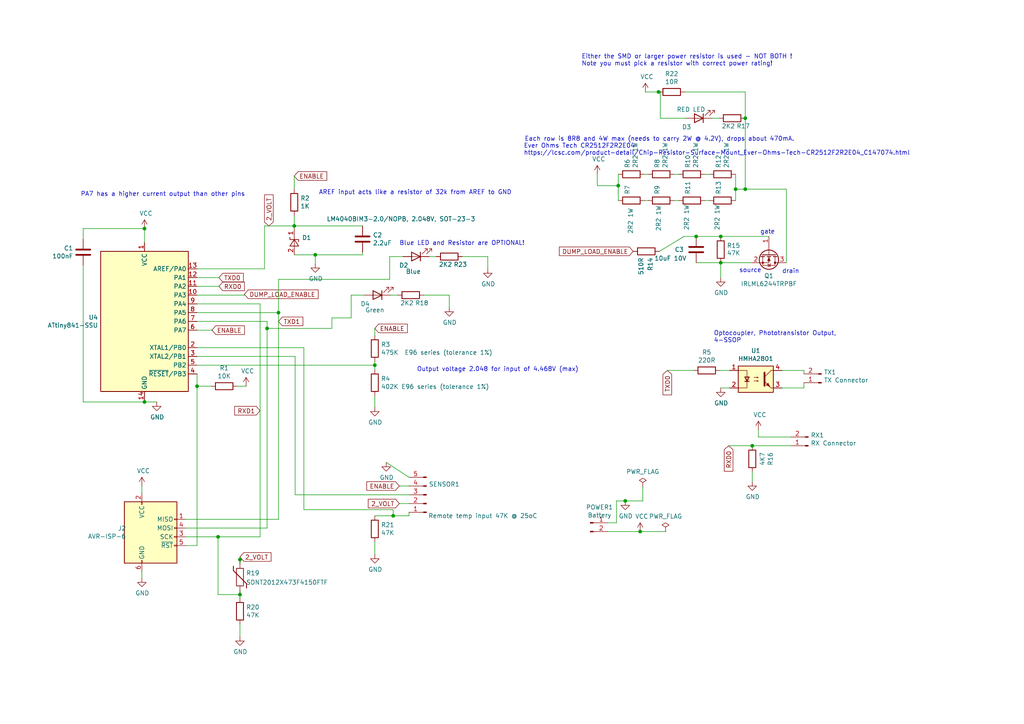
<source format=kicad_sch>
(kicad_sch (version 20211123) (generator eeschema)
  (paper "A4")
  (title_block (title "DIYBMS cell monitoring module") (date "2019-04-30") (rev "4") (company "Stuart Pittaway"))
  (lib_symbols
    (symbol "Connector:AVR-ISP-6" (pin_names (offset 1.016))
      (property "Reference" "J" (at -6.35 11.43 0))
      (property "Value" "AVR-ISP-6" (at 0 11.43 0))
      (symbol "AVR-ISP-6_0_1"
        (rectangle (start -2.667 -6.858) (end -2.413 -7.62))
        (rectangle (start -2.667 10.16) (end -2.413 9.398))
        (rectangle (start 7.62 -2.413) (end 6.858 -2.667))
        (rectangle (start 7.62 0.127) (end 6.858 -0.127))
        (rectangle (start 7.62 2.667) (end 6.858 2.413))
        (rectangle (start 7.62 5.207) (end 6.858 4.953))
        (rectangle (start 7.62 10.16) (end -7.62 -7.62) (stroke (width 0.254)) (fill (type background)))
      )
      (symbol "AVR-ISP-6_1_1"
        (pin passive line (at 10.16 5.08 180) (length 2.54) (name "MISO") (number "1"))
        (pin passive line (at -2.54 12.7 270) (length 2.54) (name "VCC") (number "2"))
        (pin passive line (at 10.16 0 180) (length 2.54) (name "SCK") (number "3"))
        (pin passive line (at 10.16 2.54 180) (length 2.54) (name "MOSI") (number "4"))
        (pin passive line (at 10.16 -2.54 180) (length 2.54) (name "~{RST}") (number "5"))
        (pin passive line (at -2.54 -10.16 90) (length 2.54) (name "GND") (number "6"))
      )
    )
    (symbol "Connector:Conn_01x02_Male" (pin_names (offset 1.016) hide)
      (property "Reference" "J" (at 0 2.54 0))
      (property "Value" "Conn_01x02_Male" (at 0 -5.08 0))
      (symbol "Conn_01x02_Male_1_1"
        (polyline (pts (xy 1.27 -2.54) (xy 0.8636 -2.54)) (stroke (width 0.1524)))
        (polyline (pts (xy 1.27 0) (xy 0.8636 0)) (stroke (width 0.1524)))
        (rectangle (start 0.8636 -2.413) (end 0 -2.667) (stroke (width 0.1524)) (fill (type outline)))
        (rectangle (start 0.8636 0.127) (end 0 -0.127) (stroke (width 0.1524)) (fill (type outline)))
        (pin passive line (at 5.08 0 180) (length 3.81) (name "Pin_1") (number "1"))
        (pin passive line (at 5.08 -2.54 180) (length 3.81) (name "Pin_2") (number "2"))
      )
    )
    (symbol "Connector:Conn_01x05_Male" (pin_names (offset 1.016) hide)
      (property "Reference" "J" (at 0 7.62 0))
      (property "Value" "Conn_01x05_Male" (at 0 -7.62 0))
      (symbol "Conn_01x05_Male_1_1"
        (polyline (pts (xy 1.27 -5.08) (xy 0.8636 -5.08)) (stroke (width 0.1524)))
        (polyline (pts (xy 1.27 -2.54) (xy 0.8636 -2.54)) (stroke (width 0.1524)))
        (polyline (pts (xy 1.27 0) (xy 0.8636 0)) (stroke (width 0.1524)))
        (polyline (pts (xy 1.27 2.54) (xy 0.8636 2.54)) (stroke (width 0.1524)))
        (polyline (pts (xy 1.27 5.08) (xy 0.8636 5.08)) (stroke (width 0.1524)))
        (rectangle (start 0.8636 -4.953) (end 0 -5.207) (stroke (width 0.1524)) (fill (type outline)))
        (rectangle (start 0.8636 -2.413) (end 0 -2.667) (stroke (width 0.1524)) (fill (type outline)))
        (rectangle (start 0.8636 0.127) (end 0 -0.127) (stroke (width 0.1524)) (fill (type outline)))
        (rectangle (start 0.8636 2.667) (end 0 2.413) (stroke (width 0.1524)) (fill (type outline)))
        (rectangle (start 0.8636 5.207) (end 0 4.953) (stroke (width 0.1524)) (fill (type outline)))
        (pin passive line (at 5.08 5.08 180) (length 3.81) (name "Pin_1") (number "1"))
        (pin passive line (at 5.08 2.54 180) (length 3.81) (name "Pin_2") (number "2"))
        (pin passive line (at 5.08 0 180) (length 3.81) (name "Pin_3") (number "3"))
        (pin passive line (at 5.08 -2.54 180) (length 3.81) (name "Pin_4") (number "4"))
        (pin passive line (at 5.08 -5.08 180) (length 3.81) (name "Pin_5") (number "5"))
      )
    )
    (symbol "Device:C" (pin_numbers hide) (pin_names (offset 0.254))
      (property "Reference" "C" (at 0.635 2.54 0))
      (property "Value" "C" (at 0.635 -2.54 0))
      (symbol "C_0_1"
        (polyline (pts (xy -2.032 -0.762) (xy 2.032 -0.762)) (stroke (width 0.508)))
        (polyline (pts (xy -2.032 0.762) (xy 2.032 0.762)) (stroke (width 0.508)))
      )
      (symbol "C_1_1"
        (pin passive line (at 0 3.81 270) (length 2.794) (name "~") (number "1"))
        (pin passive line (at 0 -3.81 90) (length 2.794) (name "~") (number "2"))
      )
    )
    (symbol "Device:LED" (pin_numbers hide) (pin_names (offset 1.016) hide)
      (property "Reference" "D" (at 0 2.54 0))
      (property "Value" "LED" (at 0 -2.54 0))
      (symbol "LED_0_1"
        (polyline (pts (xy -1.27 -1.27) (xy -1.27 1.27)) (stroke (width 0.254)))
        (polyline (pts (xy -1.27 0) (xy 1.27 0)))
        (polyline (pts (xy 1.27 -1.27) (xy 1.27 1.27) (xy -1.27 0) (xy 1.27 -1.27)) (stroke (width 0.254)))
        (polyline (pts (xy -3.048 -0.762) (xy -4.572 -2.286) (xy -3.81 -2.286) (xy -4.572 -2.286) (xy -4.572 -1.524)))
        (polyline (pts (xy -1.778 -0.762) (xy -3.302 -2.286) (xy -2.54 -2.286) (xy -3.302 -2.286) (xy -3.302 -1.524)))
      )
      (symbol "LED_1_1"
        (pin passive line (at -3.81 0 0) (length 2.54) (name "K") (number "1"))
        (pin passive line (at 3.81 0 180) (length 2.54) (name "A") (number "2"))
      )
    )
    (symbol "Device:Q_NMOS_GSD" (pin_names (offset 0) hide)
      (property "Reference" "Q" (at 5.08 1.27 0))
      (property "Value" "Q_NMOS_GSD" (at 5.08 -1.27 0))
      (symbol "Q_NMOS_GSD_0_1"
        (polyline (pts (xy 0.254 0) (xy -2.54 0)))
        (polyline (pts (xy 0.254 1.905) (xy 0.254 -1.905)) (stroke (width 0.254)))
        (polyline (pts (xy 0.762 -1.27) (xy 0.762 -2.286)) (stroke (width 0.254)))
        (polyline (pts (xy 0.762 0.508) (xy 0.762 -0.508)) (stroke (width 0.254)))
        (polyline (pts (xy 0.762 2.286) (xy 0.762 1.27)) (stroke (width 0.254)))
        (polyline (pts (xy 2.54 2.54) (xy 2.54 1.778)))
        (polyline (pts (xy 2.54 -2.54) (xy 2.54 0) (xy 0.762 0)))
        (polyline (pts (xy 0.762 -1.778) (xy 3.302 -1.778) (xy 3.302 1.778) (xy 0.762 1.778)))
        (polyline (pts (xy 1.016 0) (xy 2.032 0.381) (xy 2.032 -0.381) (xy 1.016 0)) (fill (type outline)))
        (polyline (pts (xy 2.794 0.508) (xy 2.921 0.381) (xy 3.683 0.381) (xy 3.81 0.254)))
        (polyline (pts (xy 3.302 0.381) (xy 2.921 -0.254) (xy 3.683 -0.254) (xy 3.302 0.381)))
        (circle (center 1.651 0) (radius 2.794) (stroke (width 0.254)))
        (circle (center 2.54 -1.778) (radius 0.254) (fill (type outline)))
        (circle (center 2.54 1.778) (radius 0.254) (fill (type outline)))
      )
      (symbol "Q_NMOS_GSD_1_1"
        (pin input line (at -5.08 0 0) (length 2.54) (name "G") (number "1"))
        (pin passive line (at 2.54 -5.08 90) (length 2.54) (name "S") (number "2"))
        (pin passive line (at 2.54 5.08 270) (length 2.54) (name "D") (number "3"))
      )
    )
    (symbol "Device:R" (pin_numbers hide) (pin_names (offset 0))
      (property "Reference" "R" (at 2.032 0 90))
      (property "Value" "R" (at 0 0 90))
      (symbol "R_0_1"
        (rectangle (start -1.016 -2.54) (end 1.016 2.54) (stroke (width 0.254)))
      )
      (symbol "R_1_1"
        (pin passive line (at 0 3.81 270) (length 1.27) (name "~") (number "1"))
        (pin passive line (at 0 -3.81 90) (length 1.27) (name "~") (number "2"))
      )
    )
    (symbol "Device:Thermistor" (pin_numbers hide) (pin_names (offset 0))
      (property "Reference" "TH" (at 2.54 1.27 90))
      (property "Value" "Thermistor" (at -2.54 0 90))
      (symbol "Thermistor_0_1"
        (rectangle (start -1.016 2.54) (end 1.016 -2.54) (stroke (width 0.2032)))
        (polyline (pts (xy -1.905 3.175) (xy -1.905 1.905) (xy 1.905 -1.905) (xy 1.905 -3.175) (xy 1.905 -3.175)) (stroke (width 0.254)))
      )
      (symbol "Thermistor_1_1"
        (pin passive line (at 0 5.08 270) (length 2.54) (name "~") (number "1"))
        (pin passive line (at 0 -5.08 90) (length 2.54) (name "~") (number "2"))
      )
    )
    (symbol "Isolator:PC817" (pin_names (offset 1.016))
      (property "Reference" "U" (at -5.08 5.08 0))
      (property "Value" "PC817" (at 0 5.08 0))
      (symbol "PC817_0_1"
        (rectangle (start -5.08 3.81) (end 5.08 -3.81) (stroke (width 0.254)) (fill (type background)))
        (polyline (pts (xy -3.175 -0.635) (xy -1.905 -0.635)) (stroke (width 0.254)))
        (polyline (pts (xy 2.54 0.635) (xy 4.445 2.54)))
        (polyline (pts (xy 4.445 -2.54) (xy 2.54 -0.635)) (fill (type outline)))
        (polyline (pts (xy 4.445 -2.54) (xy 5.08 -2.54)))
        (polyline (pts (xy 4.445 2.54) (xy 5.08 2.54)))
        (polyline (pts (xy -5.08 2.54) (xy -2.54 2.54) (xy -2.54 -0.635)))
        (polyline (pts (xy -2.54 -0.635) (xy -2.54 -2.54) (xy -5.08 -2.54)))
        (polyline (pts (xy 2.54 1.905) (xy 2.54 -1.905) (xy 2.54 -1.905)) (stroke (width 0.508)))
        (polyline (pts (xy -2.54 -0.635) (xy -3.175 0.635) (xy -1.905 0.635) (xy -2.54 -0.635)) (stroke (width 0.254)))
        (polyline (pts (xy -0.508 -0.508) (xy 0.762 -0.508) (xy 0.381 -0.635) (xy 0.381 -0.381) (xy 0.762 -0.508)))
        (polyline (pts (xy -0.508 0.508) (xy 0.762 0.508) (xy 0.381 0.381) (xy 0.381 0.635) (xy 0.762 0.508)))
        (polyline (pts (xy 3.048 -1.651) (xy 3.556 -1.143) (xy 4.064 -2.159) (xy 3.048 -1.651) (xy 3.048 -1.651)) (fill (type outline)))
      )
      (symbol "PC817_1_1"
        (pin passive line (at -7.62 2.54 0) (length 2.54) (name "~") (number "1"))
        (pin passive line (at -7.62 -2.54 0) (length 2.54) (name "~") (number "2"))
        (pin passive line (at 7.62 -2.54 180) (length 2.54) (name "~") (number "3"))
        (pin passive line (at 7.62 2.54 180) (length 2.54) (name "~") (number "4"))
      )
    )
    (symbol "Reference_Voltage:LM4040DBZ-2.0" (pin_names (offset 0.0254) hide)
      (property "Reference" "U" (at 0 2.54 0))
      (property "Value" "LM4040DBZ-2.0" (at 0 -3.175 0))
      (symbol "LM4040DBZ-2.0_0_1"
        (polyline (pts (xy -1.27 0) (xy 0 0) (xy 1.27 0)))
        (polyline (pts (xy -1.27 -1.27) (xy 0.635 0) (xy -1.27 1.27) (xy -1.27 -1.27)) (stroke (width 0.2032)))
        (polyline (pts (xy 0 -1.27) (xy 0.635 -1.27) (xy 0.635 1.27) (xy 1.27 1.27)) (stroke (width 0.2032)))
      )
      (symbol "LM4040DBZ-2.0_1_1"
        (pin passive line (at 3.81 0 180) (length 2.54) (name "K") (number "1"))
        (pin passive line (at -3.81 0 0) (length 2.54) (name "A") (number "2"))
      )
    )
    (symbol "diybms:ATtiny841-SSU-MCU_Microchip_ATtiny"
      (property "Reference" "U" (at -12.7 21.59 0))
      (property "Value" "ATtiny841-SSU-MCU_Microchip_ATtiny" (at 2.54 -21.59 0))
      (symbol "ATtiny841-SSU-MCU_Microchip_ATtiny_0_1"
        (rectangle (start -12.7 -20.32) (end 12.7 20.32) (stroke (width 0.254)) (fill (type background)))
      )
      (symbol "ATtiny841-SSU-MCU_Microchip_ATtiny_1_1"
        (pin power_in line (at 0 22.86 270) (length 2.54) (name "VCC") (number "1"))
        (pin bidirectional line (at 15.24 7.62 180) (length 2.54) (name "PA3") (number "10"))
        (pin bidirectional line (at 15.24 10.16 180) (length 2.54) (name "PA2") (number "11"))
        (pin bidirectional line (at 15.24 12.7 180) (length 2.54) (name "PA1") (number "12"))
        (pin bidirectional line (at 15.24 15.24 180) (length 2.54) (name "AREF/PA0") (number "13"))
        (pin power_in line (at 0 -22.86 90) (length 2.54) (name "GND") (number "14"))
        (pin bidirectional line (at 15.24 -7.62 180) (length 2.54) (name "XTAL1/PB0") (number "2"))
        (pin bidirectional line (at 15.24 -10.16 180) (length 2.54) (name "XTAL2/PB1") (number "3"))
        (pin bidirectional line (at 15.24 -15.24 180) (length 2.54) (name "~{RESET}/PB3") (number "4"))
        (pin bidirectional line (at 15.24 -12.7 180) (length 2.54) (name "PB2") (number "5"))
        (pin bidirectional line (at 15.24 -2.54 180) (length 2.54) (name "PA7") (number "6"))
        (pin bidirectional line (at 15.24 0 180) (length 2.54) (name "PA6") (number "7"))
        (pin bidirectional line (at 15.24 2.54 180) (length 2.54) (name "PA5") (number "8"))
        (pin bidirectional line (at 15.24 5.08 180) (length 2.54) (name "PA4") (number "9"))
      )
    )
    (symbol "power:GND" (power) (pin_names (offset 0))
      (property "Value" "GND" (at 0 -3.81 0))
      (symbol "GND_0_1"
        (polyline (pts (xy 0 0) (xy 0 -1.27) (xy 1.27 -1.27) (xy 0 -2.54) (xy -1.27 -1.27) (xy 0 -1.27)))
      )
      (symbol "GND_1_1"
        (pin power_in line (at 0 0 270) (length 0) hide (name "GND") (number "1"))
      )
    )
    (symbol "power:PWR_FLAG" (power) (pin_numbers hide) (pin_names (offset 0) hide)
      (property "Value" "PWR_FLAG" (at 0 3.81 0))
      (symbol "PWR_FLAG_0_0"
        (pin power_out line (at 0 0 90) (length 0) (name "pwr") (number "1"))
      )
      (symbol "PWR_FLAG_0_1"
        (polyline (pts (xy 0 0) (xy 0 1.27) (xy -1.016 1.905) (xy 0 2.54) (xy 1.016 1.905) (xy 0 1.27)))
      )
    )
    (symbol "power:VCC" (power) (pin_names (offset 0))
      (property "Value" "VCC" (at 0 3.81 0))
      (symbol "VCC_0_1"
        (polyline (pts (xy -0.762 1.27) (xy 0 2.54)))
        (polyline (pts (xy 0 0) (xy 0 2.54)))
        (polyline (pts (xy 0 2.54) (xy 0.762 1.27)))
      )
      (symbol "VCC_1_1"
        (pin power_in line (at 0 0 90) (length 0) hide (name "VCC") (number "1"))
      )
    )
  )
  (junction (at 218.186 129.286))
  (junction (at 185.674 154.178))
  (junction (at 85.344 65.532))
  (junction (at 41.91 66.294))
  (junction (at 216.154 54.864))
  (junction (at 191.008 26.67))
  (junction (at 77.47 95.25))
  (junction (at 179.324 53.848))
  (junction (at 69.596 172.466))
  (junction (at 201.93 68.58))
  (junction (at 69.596 162.306))
  (junction (at 108.712 105.918))
  (junction (at 91.44 73.914))
  (junction (at 213.36 54.864))
  (junction (at 41.91 116.586))
  (junction (at 216.154 34.29))
  (junction (at 57.15 112.014))
  (junction (at 80.772 90.678))
  (junction (at 209.042 76.2))
  (junction (at 114.046 149.606))
  (junction (at 63.246 155.702))
  (junction (at 181.356 145.288))
  (junction (at 209.042 68.58))
  (wire (pts (xy 204.47 58.166) (xy 205.74 58.166)))
  (wire (pts (xy 216.154 54.864) (xy 213.36 54.864)))
  (wire (pts (xy 216.154 54.864) (xy 216.154 34.29)))
  (wire (pts (xy 57.15 77.978) (xy 76.708 77.978)))
  (wire (pts (xy 80.772 90.678) (xy 80.772 150.622)))
  (wire (pts (xy 217.932 76.2) (xy 209.042 76.2)))
  (wire (pts (xy 69.596 172.466) (xy 63.246 172.466)))
  (wire (pts (xy 105.156 65.532) (xy 85.344 65.532)))
  (wire (pts (xy 233.172 107.442) (xy 233.172 108.458)))
  (wire (pts (xy 57.15 108.458) (xy 57.15 112.014)))
  (wire (pts (xy 68.834 112.014) (xy 71.374 112.014)))
  (wire (pts (xy 191.008 26.67) (xy 191.516 26.67)))
  (wire (pts (xy 173.228 53.848) (xy 179.324 53.848)))
  (wire (pts (xy 101.854 85.598) (xy 105.664 85.598)))
  (wire (pts (xy 53.848 153.162) (xy 77.47 153.162)))
  (wire (pts (xy 178.816 145.288) (xy 178.816 151.638)))
  (wire (pts (xy 57.15 88.138) (xy 75.438 88.138)))
  (wire (pts (xy 80.772 150.622) (xy 53.848 150.622)))
  (wire (pts (xy 218.186 136.906) (xy 218.186 139.7)))
  (wire (pts (xy 134.112 74.422) (xy 141.478 74.422)))
  (wire (pts (xy 85.344 51.054) (xy 85.344 54.864)))
  (wire (pts (xy 57.15 90.678) (xy 80.772 90.678)))
  (wire (pts (xy 108.712 105.918) (xy 108.712 104.902)))
  (wire (pts (xy 198.374 68.58) (xy 191.262 72.898)))
  (wire (pts (xy 185.674 154.178) (xy 193.04 154.178)))
  (wire (pts (xy 91.44 76.454) (xy 91.44 73.914)))
  (wire (pts (xy 113.03 81.026) (xy 113.03 74.422)))
  (wire (pts (xy 41.91 116.078) (xy 41.91 116.586)))
  (wire (pts (xy 96.266 95.25) (xy 96.266 92.202)))
  (wire (pts (xy 204.47 50.546) (xy 205.74 50.546)))
  (wire (pts (xy 201.168 107.442) (xy 193.548 107.442)))
  (wire (pts (xy 41.148 143.002) (xy 41.148 140.97)))
  (wire (pts (xy 219.964 126.746) (xy 219.964 124.714)))
  (wire (pts (xy 69.596 162.306) (xy 69.596 161.544)))
  (wire (pts (xy 179.324 50.546) (xy 179.324 53.848)))
  (wire (pts (xy 57.15 112.014) (xy 57.15 158.242)))
  (wire (pts (xy 186.436 145.288) (xy 186.436 141.224)))
  (wire (pts (xy 195.58 58.166) (xy 196.85 58.166)))
  (wire (pts (xy 85.598 103.378) (xy 85.598 143.51)))
  (wire (pts (xy 24.13 116.586) (xy 41.91 116.586)))
  (wire (pts (xy 57.15 80.518) (xy 63.5 80.518)))
  (wire (pts (xy 70.866 85.598) (xy 57.15 85.598)))
  (wire (pts (xy 118.618 140.97) (xy 115.824 140.97)))
  (wire (pts (xy 77.47 95.25) (xy 96.266 95.25)))
  (wire (pts (xy 69.596 171.196) (xy 69.596 172.466)))
  (wire (pts (xy 195.58 50.546) (xy 196.85 50.546)))
  (wire (pts (xy 57.15 83.058) (xy 63.5 83.058)))
  (wire (pts (xy 113.284 85.598) (xy 115.316 85.598)))
  (wire (pts (xy 57.15 105.918) (xy 108.712 105.918)))
  (wire (pts (xy 108.712 118.11) (xy 108.712 114.808)))
  (wire (pts (xy 218.186 129.286) (xy 229.362 129.286)))
  (wire (pts (xy 206.502 34.29) (xy 208.534 34.29)))
  (wire (pts (xy 211.328 129.286) (xy 218.186 129.286)))
  (wire (pts (xy 186.944 50.546) (xy 187.96 50.546)))
  (wire (pts (xy 69.596 172.466) (xy 69.596 173.482)))
  (wire (pts (xy 41.91 66.294) (xy 41.91 70.358)))
  (wire (pts (xy 226.822 107.442) (xy 233.172 107.442)))
  (wire (pts (xy 63.246 172.466) (xy 63.246 155.702)))
  (wire (pts (xy 130.302 85.598) (xy 130.302 89.154)))
  (wire (pts (xy 57.15 103.378) (xy 85.598 103.378)))
  (wire (pts (xy 113.03 74.422) (xy 116.84 74.422)))
  (wire (pts (xy 77.47 95.25) (xy 77.47 93.218)))
  (wire (pts (xy 88.138 100.838) (xy 88.138 147.828)))
  (wire (pts (xy 85.598 143.51) (xy 118.618 143.51)))
  (wire (pts (xy 191.516 34.29) (xy 198.882 34.29)))
  (wire (pts (xy 191.516 34.29) (xy 191.516 26.67)))
  (wire (pts (xy 41.91 66.294) (xy 24.13 66.294)))
  (wire (pts (xy 176.276 154.178) (xy 185.674 154.178)))
  (wire (pts (xy 201.93 76.2) (xy 209.042 76.2)))
  (wire (pts (xy 201.93 68.58) (xy 198.374 68.58)))
  (wire (pts (xy 77.47 153.162) (xy 77.47 95.25)))
  (wire (pts (xy 114.046 147.828) (xy 114.046 149.606)))
  (wire (pts (xy 41.148 165.862) (xy 41.148 167.64)))
  (wire (pts (xy 70.866 85.344) (xy 70.866 85.598)))
  (wire (pts (xy 61.214 112.014) (xy 57.15 112.014)))
  (wire (pts (xy 179.324 53.848) (xy 179.324 58.166)))
  (wire (pts (xy 57.15 95.758) (xy 61.722 95.758)))
  (wire (pts (xy 233.172 112.522) (xy 233.172 110.998)))
  (wire (pts (xy 118.618 149.606) (xy 118.618 148.59)))
  (wire (pts (xy 76.708 77.978) (xy 76.708 65.532)))
  (wire (pts (xy 108.712 107.188) (xy 108.712 105.918)))
  (wire (pts (xy 24.13 76.962) (xy 24.13 116.586)))
  (wire (pts (xy 209.042 76.2) (xy 209.042 80.518)))
  (wire (pts (xy 223.012 68.58) (xy 209.042 68.58)))
  (wire (pts (xy 108.712 160.782) (xy 108.712 157.226)))
  (wire (pts (xy 108.712 149.606) (xy 114.046 149.606)))
  (wire (pts (xy 108.712 97.282) (xy 108.712 95.25)))
  (wire (pts (xy 96.266 92.202) (xy 101.854 92.202)))
  (wire (pts (xy 77.47 93.218) (xy 57.15 93.218)))
  (wire (pts (xy 216.154 26.67) (xy 198.628 26.67)))
  (wire (pts (xy 176.276 151.638) (xy 178.816 151.638)))
  (wire (pts (xy 105.156 73.914) (xy 105.156 73.152)))
  (wire (pts (xy 69.596 184.658) (xy 69.596 181.102)))
  (wire (pts (xy 216.154 34.29) (xy 216.154 26.67)))
  (wire (pts (xy 118.618 146.05) (xy 115.824 146.05)))
  (wire (pts (xy 101.854 92.202) (xy 101.854 85.598)))
  (wire (pts (xy 122.936 85.598) (xy 130.302 85.598)))
  (wire (pts (xy 85.344 65.532) (xy 85.344 62.484)))
  (wire (pts (xy 80.772 81.026) (xy 80.772 90.678)))
  (wire (pts (xy 226.822 112.522) (xy 233.172 112.522)))
  (wire (pts (xy 178.816 145.288) (xy 181.356 145.288)))
  (wire (pts (xy 88.138 147.828) (xy 114.046 147.828)))
  (wire (pts (xy 91.44 73.914) (xy 105.156 73.914)))
  (wire (pts (xy 228.092 54.864) (xy 216.154 54.864)))
  (wire (pts (xy 186.944 58.166) (xy 187.96 58.166)))
  (wire (pts (xy 173.228 50.546) (xy 173.228 53.848)))
  (wire (pts (xy 141.478 74.422) (xy 141.478 77.978)))
  (wire (pts (xy 75.438 155.702) (xy 63.246 155.702)))
  (wire (pts (xy 45.466 116.586) (xy 41.91 116.586)))
  (wire (pts (xy 124.46 74.422) (xy 126.492 74.422)))
  (wire (pts (xy 213.36 54.864) (xy 213.36 58.166)))
  (wire (pts (xy 63.246 155.702) (xy 53.848 155.702)))
  (wire (pts (xy 209.042 112.522) (xy 211.582 112.522)))
  (wire (pts (xy 219.964 126.746) (xy 229.362 126.746)))
  (wire (pts (xy 69.596 163.576) (xy 69.596 162.306)))
  (wire (pts (xy 53.848 158.242) (xy 57.15 158.242)))
  (wire (pts (xy 118.618 138.43) (xy 112.014 134.112)))
  (wire (pts (xy 114.046 149.606) (xy 118.618 149.606)))
  (wire (pts (xy 75.438 88.138) (xy 75.438 155.702)))
  (wire (pts (xy 85.344 73.914) (xy 91.44 73.914)))
  (wire (pts (xy 57.15 100.838) (xy 88.138 100.838)))
  (wire (pts (xy 24.13 66.294) (xy 24.13 69.342)))
  (wire (pts (xy 187.198 26.67) (xy 191.008 26.67)))
  (wire (pts (xy 213.36 50.546) (xy 213.36 54.864)))
  (wire (pts (xy 208.788 107.442) (xy 211.582 107.442)))
  (wire (pts (xy 76.708 65.532) (xy 85.344 65.532)))
  (wire (pts (xy 113.03 81.026) (xy 80.772 81.026)))
  (wire (pts (xy 209.042 68.58) (xy 201.93 68.58)))
  (wire (pts (xy 181.356 145.288) (xy 186.436 145.288)))
  (wire (pts (xy 228.092 76.2) (xy 228.092 54.864)))
  (wire (pts (xy 85.344 66.294) (xy 85.344 65.532)))
  (text "Each row is 8R8 and 4W max (needs to carry 2W @ 4.2V), drops about 470mA.\n" (at 152.146 41.148 0) (effects (font (size 1.27 1.27)) (justify left bottom)))
  (text "Ever Ohms Tech CR2512F2R2E04\nhttps://lcsc.com/product-detail/Chip-Resistor-Surface-Mount_Ever-Ohms-Tech-CR2512F2R2E04_C147074.html\n" (at 151.892 45.212 0) (effects (font (size 1.27 1.27)) (justify left bottom)))
  (text "source" (at 214.376 79.248 0) (effects (font (size 1.27 1.27)) (justify left bottom)))
  (text "gate" (at 220.472 68.072 0) (effects (font (size 1.27 1.27)) (justify left bottom)))
  (text "Output voltage 2.048 for input of 4.468V (max)" (at 120.904 107.95 0) (effects (font (size 1.27 1.27)) (justify left bottom)))
  (text "Optocoupler, Phototransistor Output,\n4-SSOP" (at 207.01 99.568 0) (effects (font (size 1.27 1.27)) (justify left bottom)))
  (text "AREF input acts like a resistor of 32k from AREF to GND" (at 92.456 56.642 0) (effects (font (size 1.27 1.27)) (justify left bottom)))
  (text "PA7 has a higher current output than other pins" (at 23.368 57.15 0) (effects (font (size 1.27 1.27)) (justify left bottom)))
  (text "Blue LED and Resistor are OPTIONAL!" (at 115.824 71.374 0) (effects (font (size 1.27 1.27)) (justify left bottom)))
  (text "drain" (at 226.822 79.502 0) (effects (font (size 1.27 1.27)) (justify left bottom)))
  (text "Either the SMD or larger power resistor is used - NOT BOTH !\nNote you must pick a resistor with correct power rating!" (at 168.656 19.304 0) (effects (font (size 1.27 1.27)) (justify left bottom)))
  (global_label "RXD1" (shape input) (at 75.438 119.126 180) (property "Intersheet References" "${INTERSHEET_REFS}" (effects hide)))
  (global_label "RXD0" (shape input) (at 63.5 83.058 0) (property "Intersheet References" "${INTERSHEET_REFS}" (effects hide)))
  (global_label "DUMP_LOAD_ENABLE" (shape input) (at 70.866 85.344 0) (property "Intersheet References" "${INTERSHEET_REFS}" (effects hide)))
  (global_label "RXD0" (shape input) (at 211.328 129.286 270) (property "Intersheet References" "${INTERSHEET_REFS}" (effects hide)))
  (global_label "ENABLE" (shape input) (at 108.712 95.25 0) (property "Intersheet References" "${INTERSHEET_REFS}" (effects hide)))
  (global_label "2_VOLT" (shape input) (at 77.978 65.532 90) (property "Intersheet References" "${INTERSHEET_REFS}" (effects hide)))
  (global_label "2_VOLT" (shape input) (at 115.824 146.05 180) (property "Intersheet References" "${INTERSHEET_REFS}" (effects hide)))
  (global_label "TXD0" (shape input) (at 193.548 107.442 270) (property "Intersheet References" "${INTERSHEET_REFS}" (effects hide)))
  (global_label "TXD1" (shape input) (at 80.772 93.218 0) (property "Intersheet References" "${INTERSHEET_REFS}" (effects hide)))
  (global_label "2_VOLT" (shape input) (at 69.596 161.544 0) (property "Intersheet References" "${INTERSHEET_REFS}" (effects hide)))
  (global_label "DUMP_LOAD_ENABLE" (shape input) (at 183.642 72.898 180) (property "Intersheet References" "${INTERSHEET_REFS}" (effects hide)))
  (global_label "ENABLE" (shape input) (at 85.344 51.054 0) (property "Intersheet References" "${INTERSHEET_REFS}" (effects hide)))
  (global_label "TXD0" (shape input) (at 63.5 80.518 0) (property "Intersheet References" "${INTERSHEET_REFS}" (effects hide)))
  (global_label "ENABLE" (shape input) (at 115.824 140.97 180) (property "Intersheet References" "${INTERSHEET_REFS}" (effects hide)))
  (global_label "ENABLE" (shape input) (at 61.468 95.758 0) (property "Intersheet References" "${INTERSHEET_REFS}" (effects hide)))
  (symbol (lib_id "diybms:ATtiny841-SSU-MCU_Microchip_ATtiny") (at 41.91 93.218 0) (unit 1)
    (property "Reference" "U4" (at 28.448 92.0496 0) (effects (justify right)))
    (property "Value" "ATtiny841-SSU" (at 28.448 94.361 0) (effects (justify right)))
    (property "Footprint" "Package_SO:SOIC-14_3.9x8.7mm_P1.27mm" (effects hide))
    (property "Datasheet" "http://ww1.microchip.com/downloads/en/DeviceDoc/Atmel-8495-8-bit-AVR-Microcontrollers-ATtiny441-ATtiny841_Datasheet.pdf" (effects hide))
  )
  (symbol (lib_id "Isolator:PC817") (at 219.202 109.982 0) (unit 1)
    (property "Reference" "U1" (at 219.202 101.727 0))
    (property "Value" "HMHA2801" (at 219.202 104.0384 0))
    (property "Footprint" "Housings_SSOP:SOP-4_4.4x2.8mm_Pitch1.27mm" (effects hide))
    (property "Datasheet" "https://datasheet.lcsc.com/szlcsc/ON-Semicon-ON-HMHA2801_C232857.pdf" (effects hide))
  )
  (symbol (lib_id "Connector:Conn_01x02_Male") (at 238.252 110.998 180) (unit 1)
    (property "Reference" "TX1" (at 238.9378 107.95 0) (effects (justify right)))
    (property "Value" "TX Connector" (at 238.9378 110.2614 0) (effects (justify right)))
    (property "Footprint" "Connectors_JST:JST_PH_S2B-PH-K_02x2.00mm_Angled" (effects hide))
    (property "Datasheet" "https://datasheet.lcsc.com/szlcsc/JST-Sales-America-S2B-PH-K-S-LF-SN_C173752.pdf" (effects hide))
  )
  (symbol (lib_id "Device:R") (at 204.978 107.442 270) (unit 1)
    (property "Reference" "R5" (at 204.978 102.1842 90))
    (property "Value" "220R" (at 204.978 104.4956 90))
    (property "Footprint" "Resistors_SMD:R_0805_HandSoldering" (effects hide))
    (property "Datasheet" "0805W8F2200T5E" (effects hide))
  )
  (symbol (lib_id "power:GND") (at 209.042 112.522 0) (unit 1)
    (property "Reference" "#PWR0109" (effects hide))
    (property "Value" "GND" (at 209.169 116.9162 0))
  )
  (symbol (lib_id "Device:R") (at 183.134 50.546 90) (unit 1)
    (property "Reference" "R6" (at 181.9656 48.768 0) (effects (justify left)))
    (property "Value" "2R2 1W" (at 184.277 48.768 0) (effects (justify left)))
    (property "Footprint" "Resistors_SMD:R_2512" (effects hide))
    (property "Datasheet" "https://datasheet.lcsc.com/szlcsc/Ever-Ohms-Tech-CR2512F2R2E04_C147074.pdf" (effects hide))
  )
  (symbol (lib_id "Device:R") (at 191.77 50.546 90) (unit 1)
    (property "Reference" "R8" (at 190.6016 48.768 0) (effects (justify left)))
    (property "Value" "2R2 1W" (at 192.913 48.768 0) (effects (justify left)))
    (property "Footprint" "Resistors_SMD:R_2512" (effects hide))
    (property "Datasheet" "https://datasheet.lcsc.com/szlcsc/Ever-Ohms-Tech-CR2512F2R2E04_C147074.pdf" (effects hide))
  )
  (symbol (lib_id "Device:R") (at 200.66 50.546 90) (unit 1)
    (property "Reference" "R10" (at 199.4916 48.768 0) (effects (justify left)))
    (property "Value" "2R2 1W" (at 201.803 48.768 0) (effects (justify left)))
    (property "Footprint" "Resistors_SMD:R_2512" (effects hide))
    (property "Datasheet" "https://datasheet.lcsc.com/szlcsc/Ever-Ohms-Tech-CR2512F2R2E04_C147074.pdf" (effects hide))
  )
  (symbol (lib_id "Device:R") (at 209.55 50.546 90) (unit 1)
    (property "Reference" "R12" (at 208.3816 48.768 0) (effects (justify left)))
    (property "Value" "2R2 1W" (at 210.693 48.768 0) (effects (justify left)))
    (property "Footprint" "Resistors_SMD:R_2512" (effects hide))
    (property "Datasheet" "https://datasheet.lcsc.com/szlcsc/Ever-Ohms-Tech-CR2512F2R2E04_C147074.pdf" (effects hide))
  )
  (symbol (lib_id "Device:R") (at 183.134 58.166 90) (unit 1)
    (property "Reference" "R7" (at 181.9656 56.388 0) (effects (justify left)))
    (property "Value" "2R2 1W" (at 182.88 67.818 0) (effects (justify left)))
    (property "Footprint" "Resistors_SMD:R_2512" (effects hide))
    (property "Datasheet" "https://datasheet.lcsc.com/szlcsc/Ever-Ohms-Tech-CR2512F2R2E04_C147074.pdf" (effects hide))
  )
  (symbol (lib_id "Device:R") (at 191.77 58.166 90) (unit 1)
    (property "Reference" "R9" (at 190.6016 56.388 0) (effects (justify left)))
    (property "Value" "2R2 1W" (at 191.008 67.056 0) (effects (justify left)))
    (property "Footprint" "Resistors_SMD:R_2512" (effects hide))
    (property "Datasheet" "https://datasheet.lcsc.com/szlcsc/Ever-Ohms-Tech-CR2512F2R2E04_C147074.pdf" (effects hide))
  )
  (symbol (lib_id "Device:R") (at 200.66 58.166 90) (unit 1)
    (property "Reference" "R11" (at 199.4916 56.388 0) (effects (justify left)))
    (property "Value" "2R2 1W" (at 199.136 66.802 0) (effects (justify left)))
    (property "Footprint" "Resistors_SMD:R_2512" (effects hide))
    (property "Datasheet" "https://datasheet.lcsc.com/szlcsc/Ever-Ohms-Tech-CR2512F2R2E04_C147074.pdf" (effects hide))
  )
  (symbol (lib_id "Device:R") (at 209.55 58.166 90) (unit 1)
    (property "Reference" "R13" (at 208.3816 56.388 0) (effects (justify left)))
    (property "Value" "2R2 1W" (at 208.026 66.802 0) (effects (justify left)))
    (property "Footprint" "Resistors_SMD:R_2512" (effects hide))
    (property "Datasheet" "https://datasheet.lcsc.com/szlcsc/Ever-Ohms-Tech-CR2512F2R2E04_C147074.pdf" (effects hide))
  )
  (symbol (lib_id "Device:Q_NMOS_GSD") (at 223.012 73.66 270) (unit 1)
    (property "Reference" "Q1" (at 223.012 80.01 90))
    (property "Value" "IRLML6244TRPBF" (at 223.012 82.3214 90))
    (property "Footprint" "TO_SOT_Packages_SMD:SOT-23" (effects hide))
    (property "Datasheet" "https://datasheet.lcsc.com/szlcsc/Infineon-Technologies-IRLML6244TRPBF_C143946.pdf" (effects hide))
  )
  (symbol (lib_id "Device:R") (at 209.042 72.39 0) (unit 1)
    (property "Reference" "R15" (at 210.82 71.2216 0) (effects (justify left)))
    (property "Value" "47K" (at 210.82 73.406 0) (effects (justify left)))
    (property "Footprint" "Resistors_SMD:R_0805_HandSoldering" (effects hide))
    (property "Datasheet" "https://datasheet.lcsc.com/szlcsc/YAGEO-RC0805FR-0747KL_C126351.pdf" (effects hide))
  )
  (symbol (lib_id "power:GND") (at 209.042 80.518 0) (unit 1)
    (property "Reference" "#PWR0110" (effects hide))
    (property "Value" "GND" (at 209.169 84.9122 0))
  )
  (symbol (lib_id "Device:Thermistor") (at 69.596 167.386 0) (unit 1)
    (property "Reference" "R19" (at 71.374 166.2176 0) (effects (justify left)))
    (property "Value" "SDNT2012X473F4150FTF" (at 71.374 168.91 0) (effects (justify left)))
    (property "Footprint" "Resistors_SMD:R_0805_HandSoldering" (effects hide))
    (property "Datasheet" "https://datasheet.lcsc.com/szlcsc/Sunlord-SDNT2012X473F4150FTF_C95969.pdf" (effects hide))
  )
  (symbol (lib_id "Device:R") (at 69.596 177.292 0) (unit 1)
    (property "Reference" "R20" (at 71.374 176.1236 0) (effects (justify left)))
    (property "Value" "47K" (at 71.374 178.435 0) (effects (justify left)))
    (property "Footprint" "Resistors_SMD:R_0805_HandSoldering" (effects hide))
    (property "Datasheet" "https://datasheet.lcsc.com/szlcsc/YAGEO-RC0805FR-0747KL_C126351.pdf" (effects hide))
  )
  (symbol (lib_id "power:GND") (at 69.596 184.658 0) (unit 1)
    (property "Reference" "#PWR0115" (effects hide))
    (property "Value" "GND" (at 69.723 189.0522 0))
  )
  (symbol (lib_id "power:VCC") (at 173.228 50.546 0) (unit 1)
    (property "Reference" "#PWR0111" (effects hide))
    (property "Value" "VCC" (at 173.6598 46.1518 0))
  )
  (symbol (lib_id "Connector:Conn_01x02_Male") (at 234.442 129.286 180) (unit 1)
    (property "Reference" "RX1" (at 235.1278 126.238 0) (effects (justify right)))
    (property "Value" "RX Connector" (at 235.1278 128.5494 0) (effects (justify right)))
    (property "Footprint" "Connectors_JST:JST_PH_S2B-PH-K_02x2.00mm_Angled" (effects hide))
    (property "Datasheet" "https://datasheet.lcsc.com/szlcsc/JST-Sales-America-S2B-PH-K-S-LF-SN_C173752.pdf" (effects hide))
  )
  (symbol (lib_id "power:VCC") (at 219.964 124.714 0) (unit 1)
    (property "Reference" "#PWR0112" (effects hide))
    (property "Value" "VCC" (at 220.3958 120.3198 0))
  )
  (symbol (lib_id "power:GND") (at 218.186 139.7 0) (unit 1)
    (property "Reference" "#PWR0113" (effects hide))
    (property "Value" "GND" (at 218.313 144.0942 0))
  )
  (symbol (lib_id "Device:R") (at 218.186 133.096 180) (unit 1)
    (property "Reference" "R16" (at 223.4438 133.096 90))
    (property "Value" "4K7" (at 221.1324 133.096 90))
    (property "Footprint" "Resistors_SMD:R_0805_HandSoldering" (effects hide))
    (property "Datasheet" "RC0805FR-074K7L" (effects hide))
  )
  (symbol (lib_id "Device:R") (at 108.712 153.416 0) (unit 1)
    (property "Reference" "R21" (at 110.49 152.2476 0) (effects (justify left)))
    (property "Value" "47K" (at 110.49 154.559 0) (effects (justify left)))
    (property "Footprint" "Resistors_SMD:R_0805_HandSoldering" (effects hide))
    (property "Datasheet" "https://datasheet.lcsc.com/szlcsc/YAGEO-RC0805FR-0747KL_C126351.pdf" (effects hide))
  )
  (symbol (lib_id "power:GND") (at 108.712 160.782 0) (unit 1)
    (property "Reference" "#PWR0116" (effects hide))
    (property "Value" "GND" (at 108.839 165.1762 0))
  )
  (symbol (lib_id "Connector:Conn_01x05_Male") (at 123.698 143.51 180) (unit 1)
    (property "Reference" "SENSOR1" (at 124.3838 140.462 0) (effects (justify right)))
    (property "Value" "Remote temp input 47K @ 25oC" (at 124.206 149.606 0) (effects (justify right)))
    (property "Footprint" "Pin_Headers:Pin_Header_Straight_1x05_Pitch2.54mm" (effects hide))
    (property "Datasheet" "https://lcsc.com/product-detail/Pin-Header-Female-Header_Shenzhen-Cankemeng-Headers-Pins-1-5P-2-54mm-Straight-line_C124379.html" (effects hide))
  )
  (symbol (lib_id "Device:LED") (at 202.692 34.29 180) (unit 1)
    (property "Reference" "D3" (at 199.136 36.83 0))
    (property "Value" "RED LED" (at 200.406 31.75 0))
    (property "Footprint" "LEDs:LED_0805_HandSoldering" (effects hide))
    (property "Datasheet" "https://lcsc.com/product-detail/Light-Emitting-Diodes-LED_BL-HUF35A-AV-TRB-Iv-80mcd-Typ-atIF-20mA_C94741.html" (effects hide))
  )
  (symbol (lib_id "Device:R") (at 212.344 34.29 270) (unit 1)
    (property "Reference" "R17" (at 213.614 36.576 90) (effects (justify left)))
    (property "Value" "2K2" (at 209.296 36.576 90) (effects (justify left)))
    (property "Footprint" "Resistors_SMD:R_0805_HandSoldering" (effects hide))
    (property "Datasheet" "RC0805FR-072K2L" (effects hide))
  )
  (symbol (lib_id "Device:LED") (at 109.474 85.598 180) (unit 1)
    (property "Reference" "D4" (at 105.918 88.138 0))
    (property "Value" "Green" (at 108.712 89.916 0))
    (property "Footprint" "LEDs:LED_0805_HandSoldering" (effects hide))
    (property "Datasheet" "https://lcsc.com/product-detail/Light-Emitting-Diodes-LED_Emerald-SMDLED-Iv-220-270mcd-atIF-5mA_C84260.html" (effects hide))
  )
  (symbol (lib_id "Device:R") (at 119.126 85.598 270) (unit 1)
    (property "Reference" "R18" (at 120.396 87.884 90) (effects (justify left)))
    (property "Value" "2K2" (at 116.078 87.884 90) (effects (justify left)))
    (property "Footprint" "Resistors_SMD:R_0805_HandSoldering" (effects hide))
    (property "Datasheet" "RC0805FR-072K2L" (effects hide))
  )
  (symbol (lib_id "power:GND") (at 130.302 89.154 0) (unit 1)
    (property "Reference" "#PWR0114" (effects hide))
    (property "Value" "GND" (at 130.429 93.5482 0))
  )
  (symbol (lib_id "Device:R") (at 187.452 72.898 270) (unit 1)
    (property "Reference" "R14" (at 188.6204 74.676 0) (effects (justify left)))
    (property "Value" "510R" (at 185.928 74.676 0) (effects (justify left)))
    (property "Footprint" "Resistors_SMD:R_0805_HandSoldering" (effects hide))
    (property "Datasheet" "RC0805FR-07510RL" (effects hide))
  )
  (symbol (lib_id "power:GND") (at 112.014 134.112 0) (unit 1)
    (property "Reference" "#PWR0117" (effects hide))
    (property "Value" "GND" (at 112.141 138.5062 0))
  )
  (symbol (lib_id "Device:C") (at 201.93 72.39 0) (unit 1)
    (property "Reference" "C3" (at 198.374 72.39 0) (effects (justify right)))
    (property "Value" "10uF 10V" (at 199.136 74.93 0) (effects (justify right)))
    (property "Footprint" "Capacitors_SMD:C_0805_HandSoldering" (effects hide))
    (property "Datasheet" "https://datasheet.lcsc.com/szlcsc/YAGEO-CC0805KRX5R6BB106_C272880.pdf" (effects hide))
  )
  (symbol (lib_id "Device:R") (at 194.818 26.67 270) (unit 1)
    (property "Reference" "R22" (at 194.818 21.4122 90))
    (property "Value" "10R" (at 194.818 23.7236 90))
    (property "Footprint" "Resistors_THT:R_Axial_Power_L25.0mm_W9.0mm_P27.94mm" (effects hide))
    (property "Datasheet" "https://lcsc.com/product-detail/Others_Chian-Chia-Elec-CR-M5W-10RJ_C334310.html" (effects hide))
  )
  (symbol (lib_id "power:VCC") (at 187.198 26.67 0) (unit 1)
    (property "Reference" "#PWR0118" (effects hide))
    (property "Value" "VCC" (at 187.6298 22.2758 0))
  )
  (symbol (lib_id "Device:LED") (at 120.65 74.422 180) (unit 1)
    (property "Reference" "D2" (at 117.094 76.962 0))
    (property "Value" "Blue" (at 119.888 78.74 0))
    (property "Footprint" "LEDs:LED_0805" (effects hide))
    (property "Datasheet" "https://lcsc.com/product-detail/Light-Emitting-Diodes-LED_SMDLED-blue_C189307.html" (effects hide))
  )
  (symbol (lib_id "Device:R") (at 130.302 74.422 270) (unit 1)
    (property "Reference" "R23" (at 131.572 76.708 90) (effects (justify left)))
    (property "Value" "2K2" (at 127.254 76.708 90) (effects (justify left)))
    (property "Footprint" "Resistors_SMD:R_0805" (effects hide))
    (property "Datasheet" "RC0805FR-072K2L" (effects hide))
  )
  (symbol (lib_id "power:GND") (at 141.478 77.978 0) (unit 1)
    (property "Reference" "#PWR02" (effects hide))
    (property "Value" "GND" (at 141.605 82.3722 0))
  )
  (symbol (lib_id "power:VCC") (at 185.674 154.178 0) (unit 1)
    (property "Reference" "#PWR0101" (effects hide))
    (property "Value" "VCC" (at 186.1058 149.7838 0))
  )
  (symbol (lib_id "power:GND") (at 181.356 145.288 0) (unit 1)
    (property "Reference" "#PWR0102" (effects hide))
    (property "Value" "GND" (at 181.483 149.6822 0))
  )
  (symbol (lib_id "power:PWR_FLAG") (at 186.436 141.224 0) (unit 1)
    (property "Reference" "#FLG0101" (effects hide))
    (property "Value" "PWR_FLAG" (at 186.436 136.8044 0))
  )
  (symbol (lib_id "power:PWR_FLAG") (at 193.04 154.178 0) (unit 1)
    (property "Reference" "#FLG0102" (effects hide))
    (property "Value" "PWR_FLAG" (at 193.04 149.7584 0))
  )
  (symbol (lib_id "Device:C") (at 24.13 73.152 0) (unit 1)
    (property "Reference" "C1" (at 21.2344 71.9836 0) (effects (justify right)))
    (property "Value" "100nF" (at 21.2344 74.295 0) (effects (justify right)))
    (property "Footprint" "Capacitors_SMD:C_0805_HandSoldering" (effects hide))
    (property "Datasheet" "https://lcsc.com/product-detail/Multilayer-Ceramic-Capacitors-MLCC-SMD-SMT_100nF-104-10-50V_C49678.html" (effects hide))
  )
  (symbol (lib_id "Connector:Conn_01x02_Male") (at 171.196 151.638 0) (unit 1)
    (property "Reference" "POWER1" (at 173.8884 147.1168 0))
    (property "Value" "Battery" (at 173.8884 149.4282 0))
    (property "Footprint" "Connectors_JST:JST_PH_S2B-PH-K_02x2.00mm_Angled" (effects hide))
    (property "Datasheet" "https://datasheet.lcsc.com/szlcsc/JST-Sales-America-S2B-PH-K-S-LF-SN_C173752.pdf" (effects hide))
  )
  (symbol (lib_id "Device:R") (at 65.024 112.014 270) (unit 1)
    (property "Reference" "R1" (at 65.024 106.7562 90))
    (property "Value" "10K" (at 65.024 109.0676 90))
    (property "Footprint" "Resistors_SMD:R_0805_HandSoldering" (effects hide))
    (property "Datasheet" "RC0805FR-0710KL" (effects hide))
  )
  (symbol (lib_id "power:VCC") (at 71.374 112.014 0) (unit 1)
    (property "Reference" "#PWR01" (effects hide))
    (property "Value" "VCC" (at 71.8058 107.6198 0))
  )
  (symbol (lib_id "Connector:AVR-ISP-6") (at 43.688 155.702 0) (unit 1)
    (property "Reference" "J2" (at 36.576 153.2636 0) (effects (justify right)))
    (property "Value" "AVR-ISP-6" (at 36.576 155.575 0) (effects (justify right)))
    (property "Footprint" "Pin_Headers:Pin_Header_Straight_2x03_Pitch2.54mm" (effects hide))
    (property "Datasheet" " ~" (effects hide))
  )
  (symbol (lib_id "power:VCC") (at 41.148 140.97 0) (unit 1)
    (property "Reference" "#PWR0103" (effects hide))
    (property "Value" "VCC" (at 41.5798 136.5758 0))
  )
  (symbol (lib_id "power:GND") (at 41.148 167.64 0) (unit 1)
    (property "Reference" "#PWR0104" (effects hide))
    (property "Value" "GND" (at 41.275 172.0342 0))
  )
  (symbol (lib_id "power:GND") (at 45.466 116.586 0) (unit 1)
    (property "Reference" "#PWR0105" (effects hide))
    (property "Value" "GND" (at 45.593 120.9802 0))
  )
  (symbol (lib_id "power:VCC") (at 41.91 66.294 0) (unit 1)
    (property "Reference" "#PWR0106" (effects hide))
    (property "Value" "VCC" (at 42.3418 61.8998 0))
  )
  (symbol (lib_id "Reference_Voltage:LM4040DBZ-2.0") (at 85.344 70.104 90) (unit 1)
    (property "Reference" "D1" (at 87.5792 68.9356 90) (effects (justify right)))
    (property "Value" "LM4040BIM3-2.0/NOPB, 2.048V, SOT-23-3" (at 94.742 63.5 90) (effects (justify right)))
    (property "Footprint" "TO_SOT_Packages_SMD:SOT-23" (effects hide))
    (property "Datasheet" "https://uk.farnell.com/texas-instruments/lm4040bim3-2-0-nopb/voltage-ref-shunt-2-048v-sot-23/dp/2492201" (effects hide))
  )
  (symbol (lib_id "Device:R") (at 85.344 58.674 0) (unit 1)
    (property "Reference" "R2" (at 87.122 57.5056 0) (effects (justify left)))
    (property "Value" "1K" (at 87.122 59.817 0) (effects (justify left)))
    (property "Footprint" "Resistors_SMD:R_0805_HandSoldering" (effects hide))
    (property "Datasheet" "RC0805FR-071KL" (effects hide))
  )
  (symbol (lib_id "Device:C") (at 105.156 69.342 0) (unit 1)
    (property "Reference" "C2" (at 108.1532 68.1736 0) (effects (justify left)))
    (property "Value" "2.2uF" (at 108.1532 70.485 0) (effects (justify left)))
    (property "Footprint" "Capacitors_SMD:C_0805_HandSoldering" (effects hide))
    (property "Datasheet" "https://lcsc.com/product-detail/Multilayer-Ceramic-Capacitors-MLCC-SMD-SMT_2-2uF-225-10-16V_C113841.html" (effects hide))
  )
  (symbol (lib_id "power:GND") (at 91.44 76.454 0) (unit 1)
    (property "Reference" "#PWR0107" (effects hide))
    (property "Value" "GND" (at 91.567 80.8482 0))
  )
  (symbol (lib_id "Device:R") (at 108.712 101.092 0) (unit 1)
    (property "Reference" "R3" (at 110.49 99.9236 0) (effects (justify left)))
    (property "Value" "475K  E96 series (tolerance 1%)" (at 110.49 102.235 0) (effects (justify left)))
    (property "Footprint" "Resistors_SMD:R_0805_HandSoldering" (effects hide))
    (property "Datasheet" "RC0805FR-07475KL" (effects hide))
  )
  (symbol (lib_id "Device:R") (at 108.712 110.998 0) (unit 1)
    (property "Reference" "R4" (at 110.49 109.8296 0) (effects (justify left)))
    (property "Value" "402K E96 series (tolerance 1%)" (at 110.49 112.141 0) (effects (justify left)))
    (property "Footprint" "Resistors_SMD:R_0805_HandSoldering" (effects hide))
    (property "Datasheet" "0805W8F4023T5E" (effects hide))
  )
  (symbol (lib_id "power:GND") (at 108.712 118.11 0) (unit 1)
    (property "Reference" "#PWR0108" (effects hide))
    (property "Value" "GND" (at 108.839 122.5042 0))
  )
)
</source>
